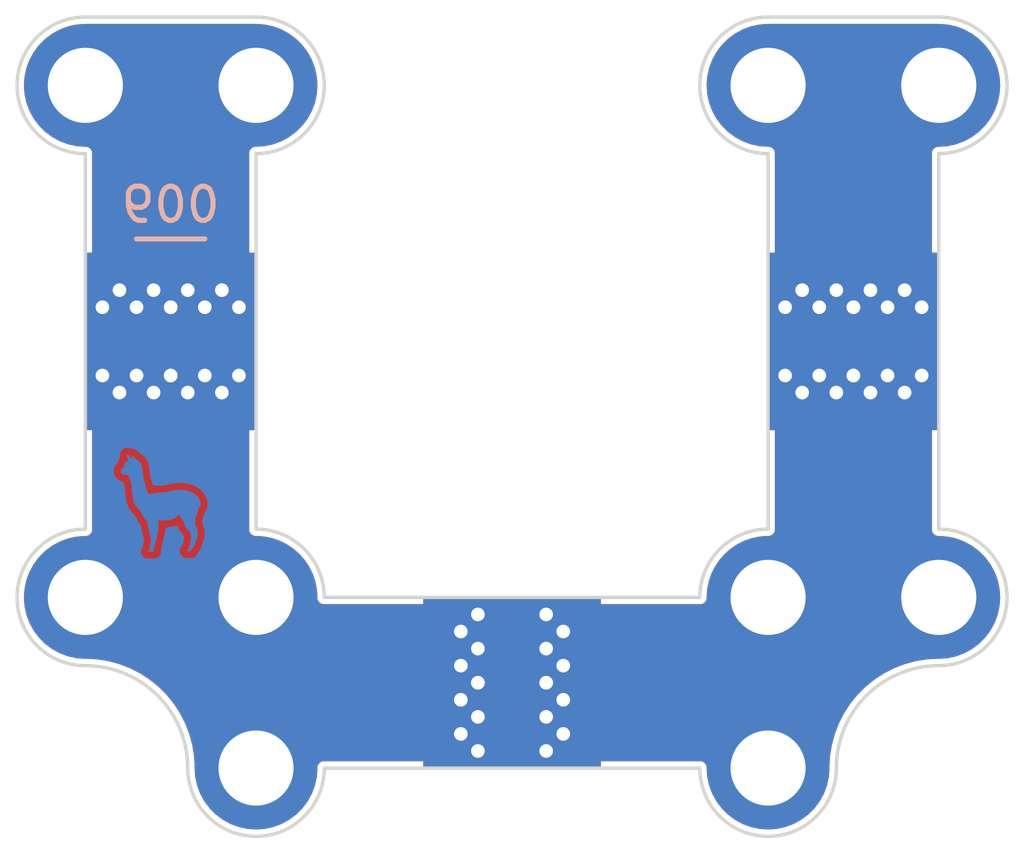
<source format=kicad_pcb>
(kicad_pcb (version 20211014) (generator pcbnew)
  (layers (0 "F.Cu" signal) (31 "B.Cu" signal) (36 "B.SilkS" user "B.Silkscreen") (38 "B.Mask" user) (39 "F.Mask" user) (44 "Edge.Cuts" user))
  (net 0 "")
  (net 1 "GND")
  (net 2 "Net-(J1-Pad1)")
  (net 3 "Net-(J2-Pad1)")
  (net 4 "Net-(J3-Pad1)")
  (footprint "modular-rf-bench-footprints:M2-hole" (layer "F.Cu") (at 145 85)
    (fp_text reference "H3" hide)
    (fp_text value "M2" hide)
    (pad "1" thru_hole circle (at 0 0) (size 3.4 3.4) (drill 2.2) (layers *.Cu *.Mask) (net 1 "GND"))
  )
  (footprint "modular-rf-bench-footprints:edge-connector" (layer "F.Cu") (at 132.5 100 90)
    (fp_text reference "J1")
    (fp_text value "CONN" hide)
    (pad "1" smd rect (at -1.5 0 90) (size 3 0.8) (layers "F.Cu") (net 2 "Net-(J1-Pad1)"))
    (pad "2" thru_hole circle (at -2 1.5 90) (size 0.8 0.8) (drill 0.4) (layers *.Cu) (net 1 "GND"))
    (pad "2" thru_hole circle (at -2 -1.5 90) (size 0.8 0.8) (drill 0.4) (layers *.Cu) (net 1 "GND"))
    (pad "2" thru_hole circle (at -1.5 -1 90) (size 0.8 0.8) (drill 0.4) (layers *.Cu) (net 1 "GND"))
    (pad "2" thru_hole circle (at -2.5 -1 90) (size 0.8 0.8) (drill 0.4) (layers *.Cu) (net 1 "GND"))
    (pad "2" thru_hole circle (at -0.5 -1 90) (size 0.8 0.8) (drill 0.4) (layers *.Cu) (net 1 "GND"))
    (pad "2" thru_hole circle (at -2.5 1 90) (size 0.8 0.8) (drill 0.4) (layers *.Cu) (net 1 "GND"))
    (pad "2" smd rect (at -1.5 1.6 90) (size 3 2) (layers "F.Cu") (net 1 "GND"))
    (pad "2" smd rect (at -1.5 0 90) (size 3 5.2) (layers "B.Cu") (net 1 "GND"))
    (pad "2" thru_hole circle (at -1 1.5 90) (size 0.8 0.8) (drill 0.4) (layers *.Cu) (net 1 "GND"))
    (pad "2" thru_hole circle (at -1 -1.5 90) (size 0.8 0.8) (drill 0.4) (layers *.Cu) (net 1 "GND"))
    (pad "2" smd rect (at -1.5 -1.6 90) (size 3 2) (layers "F.Cu") (net 1 "GND"))
    (pad "2" thru_hole circle (at -1.5 1 90) (size 0.8 0.8) (drill 0.4) (layers *.Cu) (net 1 "GND"))
    (pad "2" thru_hole circle (at -0.5 1 90) (size 0.8 0.8) (drill 0.4) (layers *.Cu) (net 1 "GND"))
  )
  (footprint "modular-rf-bench-footprints:M2-hole" (layer "F.Cu") (at 145 100)
    (fp_text reference "H6" hide)
    (fp_text value "M2" hide)
    (pad "1" thru_hole circle (at 0 0) (size 3.4 3.4) (drill 2.2) (layers *.Cu *.Mask) (net 1 "GND"))
  )
  (footprint "modular-rf-bench-footprints:edge-connector" (layer "F.Cu") (at 145 92.5)
    (fp_text reference "J6")
    (fp_text value "CONN" hide)
    (pad "1" smd rect (at -1.5 0) (size 3 0.8) (layers "F.Cu") (net 4 "Net-(J3-Pad1)"))
    (pad "2" thru_hole circle (at -1 -1.5) (size 0.8 0.8) (drill 0.4) (layers *.Cu) (net 1 "GND"))
    (pad "2" smd rect (at -1.5 0) (size 3 5.2) (layers "B.Cu") (net 1 "GND"))
    (pad "2" thru_hole circle (at -0.5 -1) (size 0.8 0.8) (drill 0.4) (layers *.Cu) (net 1 "GND"))
    (pad "2" thru_hole circle (at -2 1.5) (size 0.8 0.8) (drill 0.4) (layers *.Cu) (net 1 "GND"))
    (pad "2" smd rect (at -1.5 -1.6) (size 3 2) (layers "F.Cu") (net 1 "GND"))
    (pad "2" thru_hole circle (at -1.5 1) (size 0.8 0.8) (drill 0.4) (layers *.Cu) (net 1 "GND"))
    (pad "2" thru_hole circle (at -2 -1.5) (size 0.8 0.8) (drill 0.4) (layers *.Cu) (net 1 "GND"))
    (pad "2" thru_hole circle (at -2.5 1) (size 0.8 0.8) (drill 0.4) (layers *.Cu) (net 1 "GND"))
    (pad "2" smd rect (at -1.5 1.6) (size 3 2) (layers "F.Cu") (net 1 "GND"))
    (pad "2" thru_hole circle (at -1.5 -1) (size 0.8 0.8) (drill 0.4) (layers *.Cu) (net 1 "GND"))
    (pad "2" thru_hole circle (at -1 1.5) (size 0.8 0.8) (drill 0.4) (layers *.Cu) (net 1 "GND"))
    (pad "2" thru_hole circle (at -0.5 1) (size 0.8 0.8) (drill 0.4) (layers *.Cu) (net 1 "GND"))
    (pad "2" thru_hole circle (at -2.5 -1) (size 0.8 0.8) (drill 0.4) (layers *.Cu) (net 1 "GND"))
  )
  (footprint "modular-rf-bench-footprints:M2-hole" (layer "F.Cu") (at 140 85)
    (fp_text reference "H10" hide)
    (fp_text value "M2" hide)
    (pad "1" thru_hole circle (at 0 0) (size 3.4 3.4) (drill 2.2) (layers *.Cu *.Mask) (net 1 "GND"))
  )
  (footprint "modular-rf-bench-footprints:M2-hole" (layer "F.Cu") (at 120 85)
    (fp_text reference "H8" hide)
    (fp_text value "M2" hide)
    (pad "1" thru_hole circle (at 0 0) (size 3.4 3.4) (drill 2.2) (layers *.Cu *.Mask) (net 1 "GND"))
  )
  (footprint "modular-rf-bench-footprints:M2-hole" (layer "F.Cu") (at 125 100)
    (fp_text reference "H7" hide)
    (fp_text value "M2" hide)
    (pad "1" thru_hole circle (at 0 0) (size 3.4 3.4) (drill 2.2) (layers *.Cu *.Mask) (net 1 "GND"))
  )
  (footprint "modular-rf-bench-footprints:M2-hole" (layer "F.Cu") (at 120 100)
    (fp_text reference "H5" hide)
    (fp_text value "M2" hide)
    (pad "1" thru_hole circle (at 0 0) (size 3.4 3.4) (drill 2.2) (layers *.Cu *.Mask) (net 1 "GND"))
  )
  (footprint "modular-rf-bench-footprints:edge-connector" (layer "F.Cu") (at 125 92.5)
    (fp_text reference "J5")
    (fp_text value "CONN" hide)
    (pad "1" smd rect (at -1.5 0) (size 3 0.8) (layers "F.Cu") (net 3 "Net-(J2-Pad1)"))
    (pad "2" thru_hole circle (at -2 1.5) (size 0.8 0.8) (drill 0.4) (layers *.Cu) (net 1 "GND"))
    (pad "2" thru_hole circle (at -2.5 -1) (size 0.8 0.8) (drill 0.4) (layers *.Cu) (net 1 "GND"))
    (pad "2" thru_hole circle (at -2 -1.5) (size 0.8 0.8) (drill 0.4) (layers *.Cu) (net 1 "GND"))
    (pad "2" thru_hole circle (at -1 -1.5) (size 0.8 0.8) (drill 0.4) (layers *.Cu) (net 1 "GND"))
    (pad "2" smd rect (at -1.5 -1.6) (size 3 2) (layers "F.Cu") (net 1 "GND"))
    (pad "2" thru_hole circle (at -2.5 1) (size 0.8 0.8) (drill 0.4) (layers *.Cu) (net 1 "GND"))
    (pad "2" smd rect (at -1.5 0) (size 3 5.2) (layers "B.Cu") (net 1 "GND"))
    (pad "2" thru_hole circle (at -1 1.5) (size 0.8 0.8) (drill 0.4) (layers *.Cu) (net 1 "GND"))
    (pad "2" thru_hole circle (at -1.5 1) (size 0.8 0.8) (drill 0.4) (layers *.Cu) (net 1 "GND"))
    (pad "2" thru_hole circle (at -0.5 1) (size 0.8 0.8) (drill 0.4) (layers *.Cu) (net 1 "GND"))
    (pad "2" smd rect (at -1.5 1.6) (size 3 2) (layers "F.Cu") (net 1 "GND"))
    (pad "2" thru_hole circle (at -0.5 -1) (size 0.8 0.8) (drill 0.4) (layers *.Cu) (net 1 "GND"))
    (pad "2" thru_hole circle (at -1.5 -1) (size 0.8 0.8) (drill 0.4) (layers *.Cu) (net 1 "GND"))
  )
  (footprint "modular-rf-bench-footprints:edge-connector" (layer "F.Cu") (at 132.5 105 -90)
    (fp_text reference "J4")
    (fp_text value "CONN" hide)
    (pad "1" smd rect (at -1.5 0 270) (size 3 0.8) (layers "F.Cu") (net 2 "Net-(J1-Pad1)"))
    (pad "2" thru_hole circle (at -1 1.5 270) (size 0.8 0.8) (drill 0.4) (layers *.Cu) (net 1 "GND"))
    (pad "2" thru_hole circle (at -2.5 1 270) (size 0.8 0.8) (drill 0.4) (layers *.Cu) (net 1 "GND"))
    (pad "2" thru_hole circle (at -1.5 1 270) (size 0.8 0.8) (drill 0.4) (layers *.Cu) (net 1 "GND"))
    (pad "2" thru_hole circle (at -2.5 -1 270) (size 0.8 0.8) (drill 0.4) (layers *.Cu) (net 1 "GND"))
    (pad "2" thru_hole circle (at -0.5 -1 270) (size 0.8 0.8) (drill 0.4) (layers *.Cu) (net 1 "GND"))
    (pad "2" thru_hole circle (at -1.5 -1 270) (size 0.8 0.8) (drill 0.4) (layers *.Cu) (net 1 "GND"))
    (pad "2" thru_hole circle (at -2 -1.5 270) (size 0.8 0.8) (drill 0.4) (layers *.Cu) (net 1 "GND"))
    (pad "2" thru_hole circle (at -1 -1.5 270) (size 0.8 0.8) (drill 0.4) (layers *.Cu) (net 1 "GND"))
    (pad "2" thru_hole circle (at -2 1.5 270) (size 0.8 0.8) (drill 0.4) (layers *.Cu) (net 1 "GND"))
    (pad "2" smd rect (at -1.5 -1.6 270) (size 3 2) (layers "F.Cu") (net 1 "GND"))
    (pad "2" smd rect (at -1.5 0 270) (size 3 5.2) (layers "B.Cu") (net 1 "GND"))
    (pad "2" thru_hole circle (at -0.5 1 270) (size 0.8 0.8) (drill 0.4) (layers *.Cu) (net 1 "GND"))
    (pad "2" smd rect (at -1.5 1.6 270) (size 3 2) (layers "F.Cu") (net 1 "GND"))
  )
  (footprint "modular-rf-bench-footprints:M2-hole" (layer "F.Cu") (at 140 100)
    (fp_text reference "H1" hide)
    (fp_text value "M2" hide)
    (pad "1" thru_hole circle (at 0 0) (size 3.4 3.4) (drill 2.2) (layers *.Cu *.Mask) (net 1 "GND"))
  )
  (footprint "modular-rf-bench-footprints:M2-hole" (layer "F.Cu") (at 125 85)
    (fp_text reference "H2" hide)
    (fp_text value "M2" hide)
    (pad "1" thru_hole circle (at 0 0) (size 3.4 3.4) (drill 2.2) (layers *.Cu *.Mask) (net 1 "GND"))
  )
  (footprint "modular-rf-bench-footprints:M2-hole" (layer "F.Cu") (at 140 105)
    (fp_text reference "H4" hide)
    (fp_text value "M2" hide)
    (pad "1" thru_hole circle (at 0 0) (size 3.4 3.4) (drill 2.2) (layers *.Cu *.Mask) (net 1 "GND"))
  )
  (footprint "modular-rf-bench-footprints:edge-connector" (layer "F.Cu") (at 140 92.5 180)
    (fp_text reference "J3")
    (fp_text value "CONN" hide)
    (pad "1" smd rect (at -1.5 0 180) (size 3 0.8) (layers "F.Cu") (net 4 "Net-(J3-Pad1)"))
    (pad "2" thru_hole circle (at -2.5 1 180) (size 0.8 0.8) (drill 0.4) (layers *.Cu) (net 1 "GND"))
    (pad "2" thru_hole circle (at -1.5 1 180) (size 0.8 0.8) (drill 0.4) (layers *.Cu) (net 1 "GND"))
    (pad "2" thru_hole circle (at -2 -1.5 180) (size 0.8 0.8) (drill 0.4) (layers *.Cu) (net 1 "GND"))
    (pad "2" smd rect (at -1.5 0 180) (size 3 5.2) (layers "B.Cu") (net 1 "GND"))
    (pad "2" thru_hole circle (at -1 1.5 180) (size 0.8 0.8) (drill 0.4) (layers *.Cu) (net 1 "GND"))
    (pad "2" thru_hole circle (at -2 1.5 180) (size 0.8 0.8) (drill 0.4) (layers *.Cu) (net 1 "GND"))
    (pad "2" thru_hole circle (at -1 -1.5 180) (size 0.8 0.8) (drill 0.4) (layers *.Cu) (net 1 "GND"))
    (pad "2" thru_hole circle (at -1.5 -1 180) (size 0.8 0.8) (drill 0.4) (layers *.Cu) (net 1 "GND"))
    (pad "2" smd rect (at -1.5 1.6 180) (size 3 2) (layers "F.Cu") (net 1 "GND"))
    (pad "2" thru_hole circle (at -2.5 -1 180) (size 0.8 0.8) (drill 0.4) (layers *.Cu) (net 1 "GND"))
    (pad "2" thru_hole circle (at -0.5 1 180) (size 0.8 0.8) (drill 0.4) (layers *.Cu) (net 1 "GND"))
    (pad "2" smd rect (at -1.5 -1.6 180) (size 3 2) (layers "F.Cu") (net 1 "GND"))
    (pad "2" thru_hole circle (at -0.5 -1 180) (size 0.8 0.8) (drill 0.4) (layers *.Cu) (net 1 "GND"))
  )
  (footprint "modular-rf-bench-footprints:edge-connector" (layer "F.Cu") (at 120 92.5 180)
    (fp_text reference "J2")
    (fp_text value "CONN" hide)
    (pad "1" smd rect (at -1.5 0 180) (size 3 0.8) (layers "F.Cu") (net 3 "Net-(J2-Pad1)"))
    (pad "2" thru_hole circle (at -1.5 1 180) (size 0.8 0.8) (drill 0.4) (layers *.Cu) (net 1 "GND"))
    (pad "2" thru_hole circle (at -2.5 1 180) (size 0.8 0.8) (drill 0.4) (layers *.Cu) (net 1 "GND"))
    (pad "2" thru_hole circle (at -1 1.5 180) (size 0.8 0.8) (drill 0.4) (layers *.Cu) (net 1 "GND"))
    (pad "2" smd rect (at -1.5 1.6 180) (size 3 2) (layers "F.Cu") (net 1 "GND"))
    (pad "2" smd rect (at -1.5 0 180) (size 3 5.2) (layers "B.Cu") (net 1 "GND"))
    (pad "2" thru_hole circle (at -0.5 -1 180) (size 0.8 0.8) (drill 0.4) (layers *.Cu) (net 1 "GND"))
    (pad "2" thru_hole circle (at -2.5 -1 180) (size 0.8 0.8) (drill 0.4) (layers *.Cu) (net 1 "GND"))
    (pad "2" thru_hole circle (at -2 1.5 180) (size 0.8 0.8) (drill 0.4) (layers *.Cu) (net 1 "GND"))
    (pad "2" smd rect (at -1.5 -1.6 180) (size 3 2) (layers "F.Cu") (net 1 "GND"))
    (pad "2" thru_hole circle (at -1 -1.5 180) (size 0.8 0.8) (drill 0.4) (layers *.Cu) (net 1 "GND"))
    (pad "2" thru_hole circle (at -1.5 -1 180) (size 0.8 0.8) (drill 0.4) (layers *.Cu) (net 1 "GND"))
    (pad "2" thru_hole circle (at -0.5 1 180) (size 0.8 0.8) (drill 0.4) (layers *.Cu) (net 1 "GND"))
    (pad "2" thru_hole circle (at -2 -1.5 180) (size 0.8 0.8) (drill 0.4) (layers *.Cu) (net 1 "GND"))
  )
  (footprint "modular-rf-bench-footprints:M2-hole" (layer "F.Cu") (at 125 105)
    (fp_text reference "H9" hide)
    (fp_text value "M2" hide)
    (pad "1" thru_hole circle (at 0 0) (size 3.4 3.4) (drill 2.2) (layers *.Cu *.Mask) (net 1 "GND"))
  )
  (footprint "LOGO" (layer "B.Cu") (at 122.25 97.25 180)
    (fp_text reference "G***" hide)
    (fp_text value "LOGO" hide)
    (fp_poly (pts (xy 1.024241 1.430933) (xy 1.032984 1.426298) (xy 1.036499 1.41661) (xy 1.034907 1.400263) (xy 1.028333 1.375651) (xy 1.017065 1.341646) (xy 1.007234 1.313626) (xy 0.998718 1.29012) (xy 0.992386 1.273478) (xy 0.98911 1.26605) (xy 0.989011 1.265929) (xy 0.992402 1.261591) (xy 1.004045 1.252959) (xy 1.021428 1.241896) (xy 1.021593 1.241797) (xy 1.059324 1.215589) (xy 1.088019 1.188125) (xy 1.107104 1.160456) (xy 1.116006 1.133632) (xy 1.114151 1.108706) (xy 1.104222 1.090444) (xy 1.092506 1.075975) (xy 1.126441 1.055533) (xy 1.150548 1.039896) (xy 1.175454 1.022036) (xy 1.188267 1.011968) (xy 1.203899 0.998363) (xy 1.211748 0.988353) (xy 1.213828 0.97793) (xy 1.212298 0.964047) (xy 1.209283 0.9402) (xy 1.207212 0.916024) (xy 1.207135 0.914643) (xy 1.203927 0.895837) (xy 1.195677 0.885245) (xy 1.19228 0.88327) (xy 1.178318 0.873369) (xy 1.166481 0.861378) (xy 1.160445 0.854908) (xy 1.153092 0.850447) (xy 1.141984 0.84748) (xy 1.124682 0.845492) (xy 1.098745 0.843968) (xy 1.080213 0.843154) (xy 1.044421 0.840993) (xy 1.017479 0.837965) (xy 1.000803 0.834254) (xy 0.996763 0.832205) (xy 0.989548 0.821107) (xy 0.984117 0.804087) (xy 0.98359 0.801207) (xy 0.979175 0.785558) (xy 0.970425 0.762721) (xy 0.958842 0.736445) (xy 0.951994 0.72226) (xy 0.941693 0.700954) (xy 0.933668 0.682074) (xy 0.927186 0.662958) (xy 0.921515 0.640941) (xy 0.91592 0.613359) (xy 0.909669 0.577549) (xy 0.905928 0.55487) (xy 0.899093 0.509674) (xy 0.892435 0.459727) (xy 0.88655 0.409913) (xy 0.882034 0.365114) (xy 0.880555 0.347181) (xy 0.872016 0.257469) (xy 0.860391 0.177925) (xy 0.845339 0.106624) (xy 0.826764 0.042377) (xy 0.809419 -0.004277) (xy 0.789715 -0.044964) (xy 0.76555 -0.083099) (xy 0.734819 -0.122102) (xy 0.705329 -0.154907) (xy 0.646344 -0.22515) (xy 0.596235 -0.300953) (xy 0.558773 -0.372681) (xy 0.541867 -0.406709) (xy 0.526644 -0.43219) (xy 0.510964 -0.452374) (xy 0.497049 -0.466524) (xy 0.480447 -0.481231) (xy 0.466912 -0.491787) (xy 0.459303 -0.495969) (xy 0.459199 -0.495972) (xy 0.452033 -0.49989) (xy 0.445115 -0.512218) (xy 0.438199 -0.53382) (xy 0.43104 -0.565559) (xy 0.423393 -0.608297) (xy 0.418587 -0.638791) (xy 0.409728 -0.694595) (xy 0.401188 -0.741915) (xy 0.39209 -0.78461) (xy 0.381553 -0.826535) (xy 0.3687 -0.87155) (xy 0.356459 -0.911416) (xy 0.344169 -0.953183) (xy 0.335935 -0.988995) (xy 0.331577 -1.022192) (xy 0.330916 -1.056113) (xy 0.333773 -1.094097) (xy 0.33997 -1.139482) (xy 0.343158 -1.159336) (xy 0.34909 -1.196237) (xy 0.354629 -1.232404) (xy 0.359276 -1.264446) (xy 0.362528 -1.288971) (xy 0.363307 -1.295728) (xy 0.367706 -1.322729) (xy 0.37579 -1.345027) (xy 0.389971 -1.369066) (xy 0.391722 -1.371674) (xy 0.415839 -1.407322) (xy 0.234602 -1.407322) (xy 0.238791 -1.387173) (xy 0.24398 -1.369319) (xy 0.250235 -1.355611) (xy 0.253151 -1.347485) (xy 0.251724 -1.336439) (xy 0.245252 -1.31956) (xy 0.237613 -1.303269) (xy 0.225612 -1.275858) (xy 0.215393 -1.245956) (xy 0.206295 -1.211045) (xy 0.197654 -1.168609) (xy 0.189495 -1.120476) (xy 0.183449 -1.089204) (xy 0.174528 -1.051485) (xy 0.164039 -1.012546) (xy 0.155412 -0.984083) (xy 0.143612 -0.946382) (xy 0.1345 -0.913818) (xy 0.127523 -0.883315) (xy 0.122129 -0.851795) (xy 0.117764 -0.81618) (xy 0.113877 -0.773393) (xy 0.11116 -0.737759) (xy 0.107996 -0.675871) (xy 0.107514 -0.616631) (xy 0.109659 -0.563012) (xy 0.114371 -0.517987) (xy 0.11558 -0.510487) (xy 0.118961 -0.490903) (xy 0.007836 -0.494336) (xy -0.064637 -0.495248) (xy -0.127691 -0.492994) (xy -0.183955 -0.487325) (xy -0.236062 -0.477989) (xy -0.278777 -0.467062) (xy -0.342651 -0.443745) (xy -0.396244 -0.41372) (xy -0.439819 -0.376801) (xy -0.47364 -0.3328) (xy -0.4773 -0.326608) (xy -0.494416 -0.296736) (xy -0.498776 -0.314108) (xy -0.510693 -0.348417) (xy -0.529136 -0.386271) (xy -0.551447 -0.422891) (xy -0.574965 -0.453494) (xy -0.578457 -0.457297) (xy -0.598857 -0.479512) (xy -0.612541 -0.49708) (xy -0.621638 -0.514042) (xy -0.628277 -0.534439) (xy -0.634588 -0.562311) (xy -0.635104 -0.564798) (xy -0.646596 -0.608376) (xy -0.662899 -0.648185) (xy -0.685498 -0.686779) (xy -0.715877 -0.726712) (xy -0.753202 -0.768121) (xy -0.779544 -0.796187) (xy -0.798478 -0.817773) (xy -0.811553 -0.834974) (xy -0.820319 -0.849882) (xy -0.826326 -0.864593) (xy -0.827642 -0.868695) (xy -0.835962 -0.906128) (xy -0.840837 -0.950183) (xy -0.84194 -0.99548) (xy -0.838942 -1.036641) (xy -0.838212 -1.041542) (xy -0.826824 -1.111224) (xy -0.816742 -1.169454) (xy -0.807769 -1.217088) (xy -0.799708 -1.254983) (xy -0.79236 -1.283995) (xy -0.785528 -1.304979) (xy -0.779014 -1.318793) (xy -0.772621 -1.326291) (xy -0.772415 -1.326436) (xy -0.754117 -1.341596) (xy -0.737603 -1.359376) (xy -0.726256 -1.375897) (xy -0.723607 -1.382359) (xy -0.722795 -1.388066) (xy -0.725379 -1.391719) (xy -0.73349 -1.393774) (xy -0.749257 -1.394689) (xy -0.774809 -1.394919) (xy -0.782205 -1.394923) (xy -0.844088 -1.394923) (xy -0.842662 -1.377874) (xy -0.84391 -1.366947) (xy -0.850527 -1.354503) (xy -0.864069 -1.338151) (xy -0.877979 -1.323627) (xy -0.903666 -1.294183) (xy -0.927043 -1.259656) (xy -0.948996 -1.218336) (xy -0.970411 -1.168512) (xy -0.992172 -1.108474) (xy -0.997295 -1.093113) (xy -1.018181 -1.026132) (xy -1.033347 -0.968086) (xy -1.042762 -0.916897) (xy -1.046397 -0.870482) (xy -1.044223 -0.826761) (xy -1.036208 -0.783655) (xy -1.022324 -0.739082) (xy -1.00254 -0.690961) (xy -0.991164 -0.666463) (xy -0.981974 -0.646491) (xy -0.976012 -0.630289) (xy -0.9726 -0.614151) (xy -0.971061 -0.594372) (xy -0.970717 -0.567246) (xy -0.970756 -0.554869) (xy -0.975499 -0.488191) (xy -0.989046 -0.413576) (xy -1.011256 -0.331676) (xy -1.032127 -0.269685) (xy -1.043003 -0.237176) (xy -1.053214 -0.202425) (xy -1.061168 -0.171016) (xy -1.06365 -0.159127) (xy -1.071266 -0.125011) (xy -1.079527 -0.099128) (xy -1.087894 -0.082308) (xy -1.095834 -0.07538) (xy -1.10281 -0.079173) (xy -1.107525 -0.091219) (xy -1.110388 -0.101195) (xy -1.113023 -0.102109) (xy -1.117171 -0.092932) (xy -1.120634 -0.083469) (xy -1.127172 -0.054501) (xy -1.129564 -0.018502) (xy -1.127928 0.019917) (xy -1.122379 0.056142) (xy -1.116607 0.076675) (xy -1.088252 0.138399) (xy -1.049271 0.19473) (xy -1.0004 0.245235) (xy -0.942378 0.28948) (xy -0.875942 0.327034) (xy -0.80183 0.357464) (xy -0.720777 0.380337) (xy -0.633523 0.395219) (xy -0.564169 0.400891) (xy -0.511504 0.402113) (xy -0.461063 0.400577) (xy -0.409901 0.395957) (xy -0.35507 0.387925) (xy -0.293622 0.376156) (xy -0.244953 0.365485) (xy -0.1873 0.352564) (xy -0.139441 0.342452) (xy -0.099167 0.334845) (xy -0.06427 0.32944) (xy -0.03254 0.325931) (xy -0.001771 0.324016) (xy 0.030248 0.32339) (xy 0.059172 0.323629) (xy 0.092835 0.324024) (xy 0.119398 0.323621) (xy 0.14238 0.321984) (xy 0.165303 0.318683) (xy 0.191687 0.313283) (xy 0.225054 0.305353) (xy 0.242142 0.301126) (xy 0.28535 0.290848) (xy 0.318742 0.284267) (xy 0.34434 0.281392) (xy 0.364166 0.282228) (xy 0.380242 0.286785) (xy 0.394589 0.295068) (xy 0.403067 0.30171) (xy 0.415699 0.313971) (xy 0.426405 0.328696) (xy 0.435955 0.347767) (xy 0.445119 0.373066) (xy 0.454667 0.406473) (xy 0.46537 0.449872) (xy 0.46757 0.459281) (xy 0.478104 0.502297) (xy 0.490799 0.550568) (xy 0.504142 0.598527) (xy 0.516623 0.640607) (xy 0.518029 0.645117) (xy 0.527344 0.675477) (xy 0.534738 0.701766) (xy 0.540691 0.726574) (xy 0.545684 0.752494) (xy 0.550194 0.782117) (xy 0.554702 0.818035) (xy 0.559688 0.862838) (xy 0.561555 0.880352) (xy 0.568213 0.941628) (xy 0.574136 0.992075) (xy 0.579611 1.033223) (xy 0.58492 1.066601) (xy 0.590347 1.093737) (xy 0.596176 1.11616) (xy 0.602691 1.1354) (xy 0.610177 1.152985) (xy 0.613443 1.159771) (xy 0.625885 1.183287) (xy 0.638553 1.202582) (xy 0.653589 1.219845) (xy 0.673135 1.237267) (xy 0.699335 1.257038) (xy 0.72846 1.277342) (xy 0.758266 1.298913) (xy 0.789259 1.323308) (xy 0.817087 1.347014) (xy 0.832066 1.361029) (xy 0.850896 1.378662) (xy 0.867122 1.391944) (xy 0.878413 1.399057) (xy 0.881664 1.399683) (xy 0.889806 1.390913) (xy 0.890774 1.372925) (xy 0.884578 1.346604) (xy 0.880786 1.335766) (xy 0.873898 1.316694) (xy 0.869239 1.30253) (xy 0.867952 1.297258) (xy 0.87175 1.298406) (xy 0.881918 1.306969) (xy 0.896618 1.321068) (xy 0.914013 1.338821) (xy 0.932266 1.358352) (xy 0.949538 1.377779) (xy 0.963993 1.395225) (xy 0.964968 1.396473) (xy 0.981284 1.416118) (xy 0.993695 1.427188) (xy 1.004752 1.431697) (xy 1.010147 1.432121)) (layer "B.Cu") (width 0) (fill solid))
  )
  (gr_line (start 121.5 89.5) (end 123.5 89.5) (layer "B.SilkS") (width 0.15))
  (gr_arc (start 140 87) (mid 138 85) (end 140 83) (layer "Edge.Cuts") (width 0.1))
  (gr_arc (start 120 102) (mid 118 100) (end 120 98) (layer "Edge.Cuts") (width 0.1))
  (gr_arc (start 145 98) (mid 147 100) (end 145 102) (layer "Edge.Cuts") (width 0.1))
  (gr_line (start 140 87) (end 140 98) (layer "Edge.Cuts") (width 0.1))
  (gr_arc (start 120 102) (mid 122.12132 102.87868) (end 123 105) (layer "Edge.Cuts") (width 0.1))
  (gr_line (start 125 87) (end 125 98) (layer "Edge.Cuts") (width 0.1))
  (gr_line (start 145 87) (end 145 98) (layer "Edge.Cuts") (width 0.1))
  (gr_line (start 120 87) (end 120 98) (layer "Edge.Cuts") (width 0.1))
  (gr_arc (start 125 98) (mid 126.414214 98.585786) (end 127 100) (layer "Edge.Cuts") (width 0.1))
  (gr_arc (start 145 83) (mid 147 85) (end 145 87) (layer "Edge.Cuts") (width 0.1))
  (gr_line (start 120 83) (end 125 83) (layer "Edge.Cuts") (width 0.1))
  (gr_arc (start 120 87) (mid 118 85) (end 120 83) (layer "Edge.Cuts") (width 0.1))
  (gr_arc (start 142 105) (mid 142.87868 102.87868) (end 145 102) (layer "Edge.Cuts") (width 0.1))
  (gr_line (start 127 100) (end 138 100) (layer "Edge.Cuts") (width 0.1))
  (gr_arc (start 127 105) (mid 125 107) (end 123 105) (layer "Edge.Cuts") (width 0.1))
  (gr_arc (start 138 100) (mid 138.585786 98.585786) (end 140 98) (layer "Edge.Cuts") (width 0.1))
  (gr_line (start 140 83) (end 145 83) (layer "Edge.Cuts") (width 0.1))
  (gr_line (start 127 105) (end 138 105) (layer "Edge.Cuts") (width 0.1))
  (gr_arc (start 142 105) (mid 140 107) (end 138 105) (layer "Edge.Cuts") (width 0.1))
  (gr_arc (start 125 83) (mid 127 85) (end 125 87) (layer "Edge.Cuts") (width 0.1))
  (gr_text "009" (at 122.5 88.5) (layer "B.SilkS") (effects (font (size 1 1)) (justify mirror)))
  (zone (net 1) (net_name "GND") (layers F&B.Cu) (name "GND") (connect_pads yes (clearance 0.2)) (min_thickness 0.2) (fill yes (thermal_gap 0.2) (thermal_bridge_width 0.2))
    (polygon (pts (xy 147.5 107.5) (xy 117.5 107.5) (xy 117.5 82.5) (xy 147.5 82.5)))
  )
)
</source>
